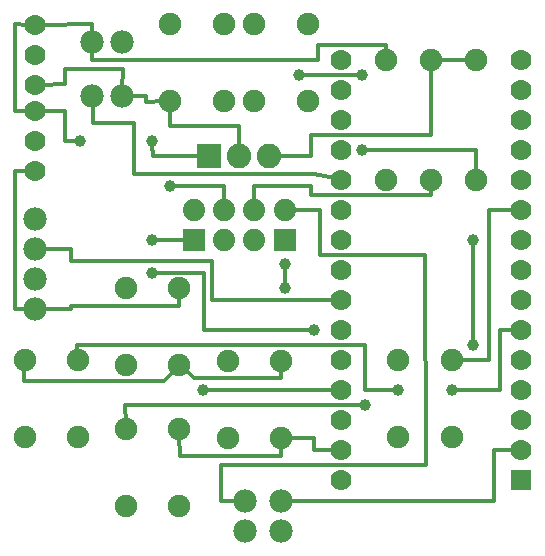
<source format=gtl>
G04 MADE WITH FRITZING*
G04 WWW.FRITZING.ORG*
G04 DOUBLE SIDED*
G04 HOLES PLATED*
G04 CONTOUR ON CENTER OF CONTOUR VECTOR*
%ASAXBY*%
%FSLAX23Y23*%
%MOIN*%
%OFA0B0*%
%SFA1.0B1.0*%
%ADD10C,0.078000*%
%ADD11C,0.075000*%
%ADD12C,0.082000*%
%ADD13C,0.069444*%
%ADD14C,0.070000*%
%ADD15C,0.074472*%
%ADD16C,0.039370*%
%ADD17R,0.082000X0.082000*%
%ADD18R,0.069972X0.070000*%
%ADD19R,0.074472X0.074108*%
%ADD20C,0.012000*%
%LNCOPPER1*%
G90*
G70*
G54D10*
X797Y248D03*
X797Y148D03*
X917Y248D03*
X917Y148D03*
G54D11*
X238Y462D03*
X238Y718D03*
X61Y462D03*
X61Y718D03*
X238Y462D03*
X238Y718D03*
X61Y462D03*
X61Y718D03*
X400Y958D03*
X400Y702D03*
X577Y958D03*
X577Y702D03*
X400Y958D03*
X400Y702D03*
X577Y958D03*
X577Y702D03*
X400Y488D03*
X400Y232D03*
X577Y488D03*
X577Y232D03*
X400Y488D03*
X400Y232D03*
X577Y488D03*
X577Y232D03*
X740Y714D03*
X740Y458D03*
X917Y714D03*
X917Y458D03*
X740Y714D03*
X740Y458D03*
X917Y714D03*
X917Y458D03*
X1485Y462D03*
X1485Y718D03*
X1307Y462D03*
X1307Y718D03*
X1485Y462D03*
X1485Y718D03*
X1307Y462D03*
X1307Y718D03*
G54D12*
X676Y1398D03*
X776Y1398D03*
X876Y1398D03*
G54D13*
X97Y1548D03*
X97Y1448D03*
X97Y1349D03*
X94Y1836D03*
X94Y1736D03*
X94Y1636D03*
G54D14*
X1717Y318D03*
X1717Y418D03*
X1717Y518D03*
X1717Y618D03*
X1717Y718D03*
X1717Y818D03*
X1717Y918D03*
X1717Y1018D03*
X1717Y1118D03*
X1717Y1218D03*
X1717Y1318D03*
X1717Y1418D03*
X1717Y1518D03*
X1717Y1618D03*
X1717Y1718D03*
X1117Y318D03*
X1117Y418D03*
X1117Y518D03*
X1117Y618D03*
X1117Y718D03*
X1117Y818D03*
X1117Y918D03*
X1117Y1018D03*
X1117Y1118D03*
X1117Y1218D03*
X1117Y1318D03*
X1117Y1418D03*
X1117Y1518D03*
X1117Y1618D03*
X1117Y1718D03*
G54D11*
X1417Y1718D03*
X1417Y1318D03*
X1567Y1718D03*
X1567Y1318D03*
X1267Y1718D03*
X1267Y1318D03*
X725Y1582D03*
X725Y1838D03*
X547Y1582D03*
X547Y1838D03*
X725Y1582D03*
X725Y1838D03*
X547Y1582D03*
X547Y1838D03*
X1005Y1582D03*
X1005Y1838D03*
X827Y1582D03*
X827Y1838D03*
X1005Y1582D03*
X1005Y1838D03*
X827Y1582D03*
X827Y1838D03*
G54D15*
X928Y1118D03*
X928Y1218D03*
X827Y1118D03*
X827Y1218D03*
X727Y1118D03*
X727Y1218D03*
X626Y1118D03*
X626Y1218D03*
X928Y1118D03*
X928Y1218D03*
X827Y1118D03*
X827Y1218D03*
X727Y1118D03*
X727Y1218D03*
X626Y1118D03*
X626Y1218D03*
G54D10*
X287Y1598D03*
X387Y1598D03*
X287Y1778D03*
X387Y1778D03*
X97Y888D03*
X97Y988D03*
X97Y1088D03*
X97Y1188D03*
G54D16*
X547Y1298D03*
X1187Y1418D03*
X1027Y818D03*
X1197Y568D03*
X1557Y768D03*
X1557Y1118D03*
X487Y1448D03*
X247Y1448D03*
X657Y618D03*
X487Y1008D03*
X1307Y618D03*
X1487Y618D03*
X928Y1038D03*
X928Y959D03*
X977Y1668D03*
X1187Y1668D03*
X487Y1118D03*
G54D17*
X676Y1398D03*
G54D18*
X1717Y318D03*
G54D19*
X928Y1118D03*
X928Y1118D03*
X626Y1118D03*
G54D20*
X827Y1244D02*
X827Y1299D01*
D02*
X1017Y1269D02*
X1417Y1269D01*
D02*
X1017Y1298D02*
X1017Y1269D01*
D02*
X827Y1299D02*
X1017Y1298D01*
D02*
X1417Y1269D02*
X1417Y1295D01*
D02*
X1608Y718D02*
X1608Y1219D01*
D02*
X1508Y718D02*
X1608Y718D01*
D02*
X1608Y1219D02*
X1694Y1218D01*
D02*
X687Y918D02*
X687Y1048D01*
D02*
X687Y1048D02*
X217Y1048D01*
D02*
X217Y1048D02*
X217Y1088D01*
D02*
X217Y1088D02*
X122Y1088D01*
D02*
X1094Y918D02*
X687Y918D01*
D02*
X427Y1508D02*
X427Y1338D01*
D02*
X288Y1508D02*
X427Y1508D01*
D02*
X288Y1574D02*
X288Y1508D01*
D02*
X1027Y1338D02*
X1094Y1324D01*
D02*
X427Y1338D02*
X1027Y1338D01*
D02*
X1544Y1718D02*
X1440Y1718D01*
D02*
X903Y1398D02*
X1017Y1399D01*
D02*
X1017Y1468D02*
X1417Y1468D01*
D02*
X1017Y1399D02*
X1017Y1468D01*
D02*
X1417Y1468D02*
X1417Y1695D01*
D02*
X1398Y368D02*
X1397Y1069D01*
D02*
X717Y368D02*
X1398Y368D01*
D02*
X717Y248D02*
X717Y368D01*
D02*
X773Y248D02*
X717Y248D01*
D02*
X1627Y419D02*
X1627Y248D01*
D02*
X1627Y248D02*
X942Y248D01*
D02*
X1694Y418D02*
X1627Y419D01*
D02*
X1397Y1069D02*
X1047Y1068D01*
D02*
X1047Y1219D02*
X954Y1219D01*
D02*
X1047Y1068D02*
X1047Y1219D01*
D02*
X727Y1299D02*
X561Y1298D01*
D02*
X727Y1244D02*
X727Y1299D01*
D02*
X1567Y1341D02*
X1567Y1419D01*
D02*
X1567Y1419D02*
X1201Y1418D01*
D02*
X467Y1578D02*
X467Y1598D01*
D02*
X467Y1598D02*
X412Y1598D01*
D02*
X524Y1581D02*
X467Y1578D01*
D02*
X776Y1425D02*
X777Y1499D01*
D02*
X547Y1499D02*
X547Y1559D01*
D02*
X777Y1499D02*
X547Y1499D01*
D02*
X197Y1638D02*
X197Y1688D01*
D02*
X197Y1688D02*
X388Y1688D01*
D02*
X115Y1636D02*
X197Y1638D01*
D02*
X388Y1688D02*
X387Y1623D01*
D02*
X217Y888D02*
X97Y888D01*
D02*
X217Y899D02*
X217Y888D01*
D02*
X577Y899D02*
X217Y899D01*
D02*
X577Y935D02*
X577Y899D01*
D02*
X28Y888D02*
X28Y1348D01*
D02*
X28Y1348D02*
X77Y1348D01*
D02*
X73Y888D02*
X28Y888D01*
D02*
X917Y659D02*
X627Y659D01*
D02*
X917Y691D02*
X917Y659D01*
D02*
X627Y659D02*
X595Y687D01*
D02*
X1027Y419D02*
X1027Y458D01*
D02*
X1027Y458D02*
X940Y458D01*
D02*
X1094Y418D02*
X1027Y419D01*
D02*
X1694Y819D02*
X1647Y819D01*
D02*
X1647Y819D02*
X1647Y618D01*
D02*
X1647Y618D02*
X1501Y618D01*
D02*
X1294Y618D02*
X1197Y619D01*
D02*
X1197Y619D02*
X1197Y769D01*
D02*
X1197Y769D02*
X237Y769D01*
D02*
X237Y769D02*
X238Y741D01*
D02*
X1014Y818D02*
X658Y818D01*
D02*
X658Y818D02*
X658Y1009D01*
D02*
X658Y1009D02*
X501Y1008D01*
D02*
X399Y511D02*
X397Y568D01*
D02*
X397Y568D02*
X1184Y568D01*
D02*
X1557Y782D02*
X1557Y1105D01*
D02*
X287Y1838D02*
X115Y1836D01*
D02*
X287Y1803D02*
X287Y1838D01*
D02*
X77Y1549D02*
X28Y1549D01*
D02*
X28Y1549D02*
X28Y1838D01*
D02*
X28Y1838D02*
X73Y1836D01*
D02*
X488Y1399D02*
X487Y1435D01*
D02*
X650Y1398D02*
X488Y1399D01*
D02*
X1267Y1769D02*
X1038Y1769D01*
D02*
X1267Y1741D02*
X1267Y1769D01*
D02*
X1038Y1769D02*
X1038Y1718D01*
D02*
X1038Y1718D02*
X287Y1718D01*
D02*
X287Y1718D02*
X287Y1754D01*
D02*
X1094Y618D02*
X671Y618D01*
D02*
X197Y1448D02*
X197Y1548D01*
D02*
X197Y1548D02*
X118Y1548D01*
D02*
X234Y1448D02*
X197Y1448D01*
D02*
X527Y648D02*
X562Y685D01*
D02*
X58Y648D02*
X527Y648D01*
D02*
X60Y695D02*
X58Y648D01*
D02*
X578Y399D02*
X917Y399D01*
D02*
X917Y399D02*
X917Y435D01*
D02*
X577Y465D02*
X578Y399D01*
D02*
X928Y972D02*
X928Y1025D01*
D02*
X1174Y1668D02*
X991Y1668D01*
D02*
X600Y1118D02*
X501Y1118D01*
G04 End of Copper1*
M02*
</source>
